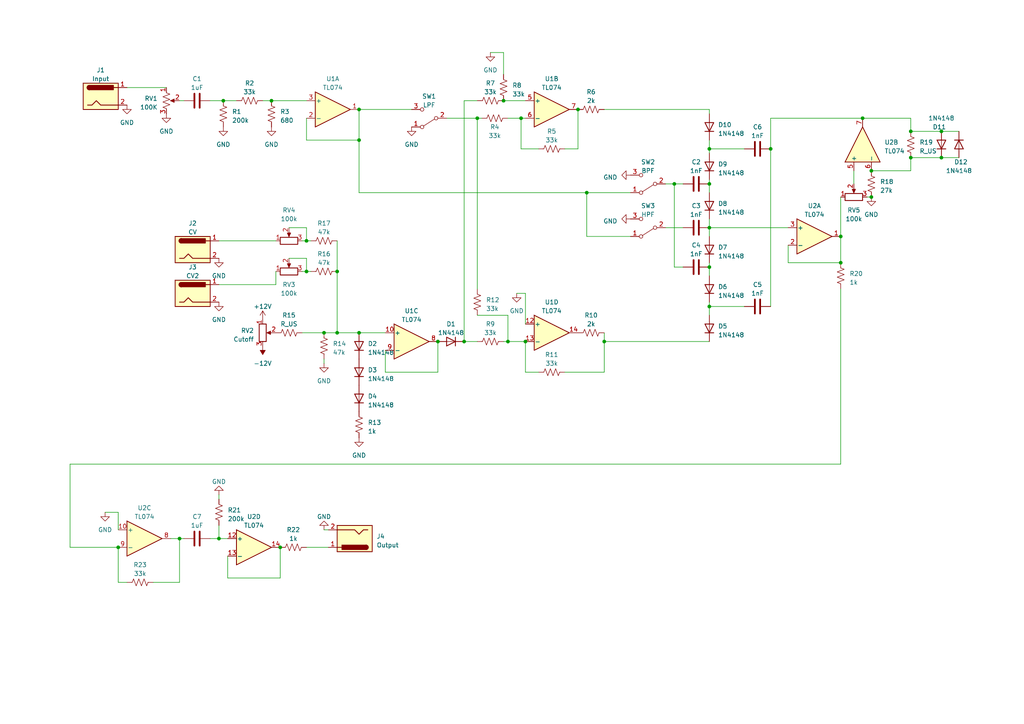
<source format=kicad_sch>
(kicad_sch (version 20230121) (generator eeschema)
  (paper "A4")
  (title_block (title "vcf"))
  (lib_symbols
    (symbol "Amplifier_Operational:TL074" (pin_names (offset 0.127))
      (property "Reference" "U" (at 0 5.08 0))
      (property "Value" "TL074" (at 0 -5.08 0))
      (symbol "TL074_1_1"
        (polyline (pts (xy -5.08 5.08) (xy 5.08 0) (xy -5.08 -5.08) (xy -5.08 5.08)) (stroke (width 0.254)) (fill (type background)))
        (pin output line (at 7.62 0 180) (length 2.54) (name "~") (number "1"))
        (pin input line (at -7.62 -2.54 0) (length 2.54) (name "-") (number "2"))
        (pin input line (at -7.62 2.54 0) (length 2.54) (name "+") (number "3"))
      )
      (symbol "TL074_2_1"
        (polyline (pts (xy -5.08 5.08) (xy 5.08 0) (xy -5.08 -5.08) (xy -5.08 5.08)) (stroke (width 0.254)) (fill (type background)))
        (pin input line (at -7.62 2.54 0) (length 2.54) (name "+") (number "5"))
        (pin input line (at -7.62 -2.54 0) (length 2.54) (name "-") (number "6"))
        (pin output line (at 7.62 0 180) (length 2.54) (name "~") (number "7"))
      )
      (symbol "TL074_3_1"
        (polyline (pts (xy -5.08 5.08) (xy 5.08 0) (xy -5.08 -5.08) (xy -5.08 5.08)) (stroke (width 0.254)) (fill (type background)))
        (pin input line (at -7.62 2.54 0) (length 2.54) (name "+") (number "10"))
        (pin output line (at 7.62 0 180) (length 2.54) (name "~") (number "8"))
        (pin input line (at -7.62 -2.54 0) (length 2.54) (name "-") (number "9"))
      )
      (symbol "TL074_4_1"
        (polyline (pts (xy -5.08 5.08) (xy 5.08 0) (xy -5.08 -5.08) (xy -5.08 5.08)) (stroke (width 0.254)) (fill (type background)))
        (pin input line (at -7.62 2.54 0) (length 2.54) (name "+") (number "12"))
        (pin input line (at -7.62 -2.54 0) (length 2.54) (name "-") (number "13"))
        (pin output line (at 7.62 0 180) (length 2.54) (name "~") (number "14"))
      )
      (symbol "TL074_5_1"
        (pin power_in line (at -2.54 -7.62 90) (length 3.81) (name "V-") (number "11"))
        (pin power_in line (at -2.54 7.62 270) (length 3.81) (name "V+") (number "4"))
      )
    )
    (symbol "Connector:Barrel_Jack" (pin_names (offset 1.016))
      (property "Reference" "J" (at 0 5.334 0))
      (property "Value" "Barrel_Jack" (at 0 -5.08 0))
      (symbol "Barrel_Jack_0_1"
        (rectangle (start -5.08 3.81) (end 5.08 -3.81) (stroke (width 0.254)) (fill (type background)))
        (arc (start -3.302 3.175) (mid -3.9343 2.54) (end -3.302 1.905) (stroke (width 0.254)))
        (arc (start -3.302 3.175) (mid -3.9343 2.54) (end -3.302 1.905) (stroke (width 0.254)) (fill (type outline)))
        (polyline (pts (xy 5.08 2.54) (xy 3.81 2.54)) (stroke (width 0.254)))
        (polyline (pts (xy -3.81 -2.54) (xy -2.54 -2.54) (xy -1.27 -1.27) (xy 0 -2.54) (xy 2.54 -2.54) (xy 5.08 -2.54)) (stroke (width 0.254)))
        (rectangle (start 3.683 3.175) (end -3.302 1.905) (stroke (width 0.254)) (fill (type outline)))
      )
      (symbol "Barrel_Jack_1_1"
        (pin passive line (at 7.62 2.54 180) (length 2.54) (name "~") (number "1"))
        (pin passive line (at 7.62 -2.54 180) (length 2.54) (name "~") (number "2"))
      )
    )
    (symbol "Device:C" (pin_numbers hide) (pin_names (offset 0.254))
      (property "Reference" "C" (at 0.635 2.54 0))
      (property "Value" "C" (at 0.635 -2.54 0))
      (symbol "C_0_1"
        (polyline (pts (xy -2.032 -0.762) (xy 2.032 -0.762)) (stroke (width 0.508)))
        (polyline (pts (xy -2.032 0.762) (xy 2.032 0.762)) (stroke (width 0.508)))
      )
      (symbol "C_1_1"
        (pin passive line (at 0 3.81 270) (length 2.794) (name "~") (number "1"))
        (pin passive line (at 0 -3.81 90) (length 2.794) (name "~") (number "2"))
      )
    )
    (symbol "Device:R_Potentiometer" (pin_names (offset 1.016) hide)
      (property "Reference" "RV" (at -4.445 0 90))
      (property "Value" "R_Potentiometer" (at -2.54 0 90))
      (symbol "R_Potentiometer_0_1"
        (polyline (pts (xy 2.54 0) (xy 1.524 0)))
        (polyline (pts (xy 1.143 0) (xy 2.286 0.508) (xy 2.286 -0.508) (xy 1.143 0)) (fill (type outline)))
        (rectangle (start 1.016 2.54) (end -1.016 -2.54) (stroke (width 0.254)))
      )
      (symbol "R_Potentiometer_1_1"
        (pin passive line (at 0 3.81 270) (length 1.27) (name "1") (number "1"))
        (pin passive line (at 3.81 0 180) (length 1.27) (name "2") (number "2"))
        (pin passive line (at 0 -3.81 90) (length 1.27) (name "3") (number "3"))
      )
    )
    (symbol "Device:R_Potentiometer_US" (pin_names (offset 1.016) hide)
      (property "Reference" "RV" (at -4.445 0 90))
      (property "Value" "R_Potentiometer_US" (at -2.54 0 90))
      (symbol "R_Potentiometer_US_0_1"
        (polyline (pts (xy 0 -2.286) (xy 0 -2.54)))
        (polyline (pts (xy 0 2.54) (xy 0 2.286)))
        (polyline (pts (xy 2.54 0) (xy 1.524 0)))
        (polyline (pts (xy 1.143 0) (xy 2.286 0.508) (xy 2.286 -0.508) (xy 1.143 0)) (fill (type outline)))
        (polyline (pts (xy 0 -0.762) (xy 1.016 -1.143) (xy 0 -1.524) (xy -1.016 -1.905) (xy 0 -2.286)))
        (polyline (pts (xy 0 0.762) (xy 1.016 0.381) (xy 0 0) (xy -1.016 -0.381) (xy 0 -0.762)))
        (polyline (pts (xy 0 2.286) (xy 1.016 1.905) (xy 0 1.524) (xy -1.016 1.143) (xy 0 0.762)))
      )
      (symbol "R_Potentiometer_US_1_1"
        (pin passive line (at 0 3.81 270) (length 1.27) (name "1") (number "1"))
        (pin passive line (at 3.81 0 180) (length 1.27) (name "2") (number "2"))
        (pin passive line (at 0 -3.81 90) (length 1.27) (name "3") (number "3"))
      )
    )
    (symbol "Device:R_US" (pin_numbers hide) (pin_names (offset 0))
      (property "Reference" "R" (at 2.54 0 90))
      (property "Value" "R_US" (at -2.54 0 90))
      (symbol "R_US_0_1"
        (polyline (pts (xy 0 -2.286) (xy 0 -2.54)))
        (polyline (pts (xy 0 2.286) (xy 0 2.54)))
        (polyline (pts (xy 0 -0.762) (xy 1.016 -1.143) (xy 0 -1.524) (xy -1.016 -1.905) (xy 0 -2.286)))
        (polyline (pts (xy 0 0.762) (xy 1.016 0.381) (xy 0 0) (xy -1.016 -0.381) (xy 0 -0.762)))
        (polyline (pts (xy 0 2.286) (xy 1.016 1.905) (xy 0 1.524) (xy -1.016 1.143) (xy 0 0.762)))
      )
      (symbol "R_US_1_1"
        (pin passive line (at 0 3.81 270) (length 1.27) (name "~") (number "1"))
        (pin passive line (at 0 -3.81 90) (length 1.27) (name "~") (number "2"))
      )
    )
    (symbol "Diode:1N4148" (pin_numbers hide) (pin_names hide)
      (property "Reference" "D" (at 0 2.54 0))
      (property "Value" "1N4148" (at 0 -2.54 0))
      (symbol "1N4148_0_1"
        (polyline (pts (xy -1.27 1.27) (xy -1.27 -1.27)) (stroke (width 0.254)))
        (polyline (pts (xy 1.27 0) (xy -1.27 0)))
        (polyline (pts (xy 1.27 1.27) (xy 1.27 -1.27) (xy -1.27 0) (xy 1.27 1.27)) (stroke (width 0.254)))
      )
      (symbol "1N4148_1_1"
        (pin passive line (at -3.81 0 0) (length 2.54) (name "K") (number "1"))
        (pin passive line (at 3.81 0 180) (length 2.54) (name "A") (number "2"))
      )
    )
    (symbol "Switch:SW_SPDT" (pin_names (offset 0) hide)
      (property "Reference" "SW" (at 0 4.318 0))
      (property "Value" "SW_SPDT" (at 0 -5.08 0))
      (symbol "SW_SPDT_0_0"
        (circle (center -2.032 0) (radius 0.508))
        (circle (center 2.032 -2.54) (radius 0.508))
      )
      (symbol "SW_SPDT_0_1"
        (polyline (pts (xy -1.524 0.254) (xy 1.651 2.286)))
        (circle (center 2.032 2.54) (radius 0.508))
      )
      (symbol "SW_SPDT_1_1"
        (pin passive line (at 5.08 2.54 180) (length 2.54) (name "A") (number "1"))
        (pin passive line (at -5.08 0 0) (length 2.54) (name "B") (number "2"))
        (pin passive line (at 5.08 -2.54 180) (length 2.54) (name "C") (number "3"))
      )
    )
    (symbol "power:+12V" (power) (pin_names (offset 0))
      (property "Value" "+12V" (at 0 3.556 0))
      (symbol "+12V_0_1"
        (polyline (pts (xy -0.762 1.27) (xy 0 2.54)))
        (polyline (pts (xy 0 0) (xy 0 2.54)))
        (polyline (pts (xy 0 2.54) (xy 0.762 1.27)))
      )
      (symbol "+12V_1_1"
        (pin power_in line (at 0 0 90) (length 0) hide (name "+12V") (number "1"))
      )
    )
    (symbol "power:-12V" (power) (pin_names (offset 0))
      (property "Value" "-12V" (at 0 3.81 0))
      (symbol "-12V_0_0"
        (pin power_in line (at 0 0 90) (length 0) hide (name "-12V") (number "1"))
      )
      (symbol "-12V_0_1"
        (polyline (pts (xy 0 0) (xy 0 1.27) (xy 0.762 1.27) (xy 0 2.54) (xy -0.762 1.27) (xy 0 1.27)) (fill (type outline)))
      )
    )
    (symbol "power:GND" (power) (pin_names (offset 0))
      (property "Value" "GND" (at 0 -3.81 0))
      (symbol "GND_0_1"
        (polyline (pts (xy 0 0) (xy 0 -1.27) (xy 1.27 -1.27) (xy 0 -2.54) (xy -1.27 -1.27) (xy 0 -1.27)))
      )
      (symbol "GND_1_1"
        (pin power_in line (at 0 0 270) (length 0) hide (name "GND") (number "1"))
      )
    )
  )
  (junction (at 81.28 158.75))
  (junction (at 223.52 43.18))
  (junction (at 252.73 49.53))
  (junction (at 151.13 34.29))
  (junction (at 273.05 38.1))
  (junction (at 243.84 68.58))
  (junction (at 78.74 29.21))
  (junction (at 264.16 38.1))
  (junction (at 34.29 158.75))
  (junction (at 205.74 88.9))
  (junction (at 52.07 156.21))
  (junction (at 93.98 96.52))
  (junction (at 146.05 29.21))
  (junction (at 243.84 76.2))
  (junction (at 64.77 29.21))
  (junction (at 147.32 99.06))
  (junction (at 175.26 99.06))
  (junction (at 138.43 34.29))
  (junction (at 127 99.06))
  (junction (at 97.79 78.74))
  (junction (at 264.16 45.72))
  (junction (at 104.14 31.75))
  (junction (at 252.73 57.15))
  (junction (at 205.74 43.18))
  (junction (at 63.5 156.21))
  (junction (at 250.19 34.29))
  (junction (at 104.14 40.64))
  (junction (at 88.9 78.74))
  (junction (at 167.64 31.75))
  (junction (at 152.4 99.06))
  (junction (at 273.05 45.72))
  (junction (at 205.74 77.47))
  (junction (at 205.74 53.34))
  (junction (at 195.58 53.34))
  (junction (at 97.79 96.52))
  (junction (at 88.9 69.85))
  (junction (at 134.62 99.06))
  (junction (at 205.74 66.04))
  (junction (at 170.18 55.88))
  (junction (at 104.14 96.52))
  (wire (pts (xy 247.65 49.53) (xy 247.65 53.34)))
  (wire (pts (xy 228.6 76.2) (xy 243.84 76.2)))
  (wire (pts (xy 264.16 38.1) (xy 273.05 38.1)))
  (wire (pts (xy 264.16 49.53) (xy 264.16 45.72)))
  (wire (pts (xy 251.46 57.15) (xy 252.73 57.15)))
  (wire (pts (xy 205.74 76.2) (xy 205.74 77.47)))
  (wire (pts (xy 156.21 107.95) (xy 152.4 107.95)))
  (wire (pts (xy 151.13 43.18) (xy 151.13 34.29)))
  (wire (pts (xy 34.29 148.59) (xy 30.48 148.59)))
  (wire (pts (xy 34.29 168.91) (xy 36.83 168.91)))
  (wire (pts (xy 170.18 68.58) (xy 182.88 68.58)))
  (wire (pts (xy 205.74 52.07) (xy 205.74 53.34)))
  (wire (pts (xy 205.74 31.75) (xy 205.74 33.02)))
  (wire (pts (xy 152.4 107.95) (xy 152.4 99.06)))
  (wire (pts (xy 205.74 43.18) (xy 205.74 44.45)))
  (wire (pts (xy 64.77 29.21) (xy 68.58 29.21)))
  (wire (pts (xy 205.74 40.64) (xy 205.74 43.18)))
  (wire (pts (xy 97.79 69.85) (xy 97.79 78.74)))
  (wire (pts (xy 88.9 40.64) (xy 104.14 40.64)))
  (wire (pts (xy 34.29 158.75) (xy 34.29 168.91)))
  (wire (pts (xy 104.14 40.64) (xy 104.14 31.75)))
  (wire (pts (xy 170.18 55.88) (xy 104.14 55.88)))
  (wire (pts (xy 44.45 168.91) (xy 52.07 168.91)))
  (wire (pts (xy 63.5 69.85) (xy 80.01 69.85)))
  (wire (pts (xy 88.9 158.75) (xy 95.25 158.75)))
  (wire (pts (xy 34.29 158.75) (xy 20.32 158.75)))
  (wire (pts (xy 243.84 57.15) (xy 243.84 68.58)))
  (wire (pts (xy 195.58 53.34) (xy 195.58 77.47)))
  (wire (pts (xy 205.74 88.9) (xy 215.9 88.9)))
  (wire (pts (xy 252.73 49.53) (xy 264.16 49.53)))
  (wire (pts (xy 264.16 45.72) (xy 273.05 45.72)))
  (wire (pts (xy 88.9 78.74) (xy 88.9 74.93)))
  (wire (pts (xy 175.26 107.95) (xy 163.83 107.95)))
  (wire (pts (xy 205.74 63.5) (xy 205.74 66.04)))
  (wire (pts (xy 170.18 55.88) (xy 170.18 68.58)))
  (wire (pts (xy 78.74 29.21) (xy 88.9 29.21)))
  (wire (pts (xy 243.84 76.2) (xy 243.84 68.58)))
  (wire (pts (xy 63.5 156.21) (xy 66.04 156.21)))
  (wire (pts (xy 205.74 53.34) (xy 205.74 55.88)))
  (wire (pts (xy 167.64 31.75) (xy 167.64 43.18)))
  (wire (pts (xy 152.4 93.98) (xy 152.4 85.09)))
  (wire (pts (xy 205.74 66.04) (xy 228.6 66.04)))
  (wire (pts (xy 205.74 43.18) (xy 215.9 43.18)))
  (wire (pts (xy 147.32 99.06) (xy 152.4 99.06)))
  (wire (pts (xy 66.04 161.29) (xy 66.04 167.64)))
  (wire (pts (xy 127 107.95) (xy 111.76 107.95)))
  (wire (pts (xy 104.14 31.75) (xy 119.38 31.75)))
  (wire (pts (xy 97.79 96.52) (xy 104.14 96.52)))
  (wire (pts (xy 146.05 21.59) (xy 146.05 15.24)))
  (wire (pts (xy 88.9 78.74) (xy 90.17 78.74)))
  (wire (pts (xy 88.9 34.29) (xy 88.9 40.64)))
  (wire (pts (xy 66.04 167.64) (xy 81.28 167.64)))
  (wire (pts (xy 93.98 104.14) (xy 93.98 105.41)))
  (wire (pts (xy 104.14 40.64) (xy 104.14 55.88)))
  (wire (pts (xy 104.14 96.52) (xy 111.76 96.52)))
  (wire (pts (xy 36.83 25.4) (xy 48.26 25.4)))
  (wire (pts (xy 63.5 82.55) (xy 80.01 82.55)))
  (wire (pts (xy 88.9 66.04) (xy 83.82 66.04)))
  (wire (pts (xy 93.98 96.52) (xy 97.79 96.52)))
  (wire (pts (xy 205.74 66.04) (xy 205.74 68.58)))
  (wire (pts (xy 147.32 91.44) (xy 147.32 99.06)))
  (wire (pts (xy 80.01 82.55) (xy 80.01 78.74)))
  (wire (pts (xy 151.13 34.29) (xy 152.4 34.29)))
  (wire (pts (xy 97.79 78.74) (xy 97.79 96.52)))
  (wire (pts (xy 175.26 31.75) (xy 205.74 31.75)))
  (wire (pts (xy 175.26 96.52) (xy 175.26 99.06)))
  (wire (pts (xy 88.9 74.93) (xy 83.82 74.93)))
  (wire (pts (xy 146.05 99.06) (xy 147.32 99.06)))
  (wire (pts (xy 175.26 99.06) (xy 175.26 107.95)))
  (wire (pts (xy 127 99.06) (xy 127 107.95)))
  (wire (pts (xy 134.62 99.06) (xy 138.43 99.06)))
  (wire (pts (xy 152.4 85.09) (xy 149.86 85.09)))
  (wire (pts (xy 49.53 156.21) (xy 52.07 156.21)))
  (wire (pts (xy 223.52 43.18) (xy 223.52 88.9)))
  (wire (pts (xy 20.32 158.75) (xy 20.32 134.62)))
  (wire (pts (xy 87.63 78.74) (xy 88.9 78.74)))
  (wire (pts (xy 264.16 38.1) (xy 264.16 34.29)))
  (wire (pts (xy 147.32 34.29) (xy 151.13 34.29)))
  (wire (pts (xy 195.58 53.34) (xy 198.12 53.34)))
  (wire (pts (xy 138.43 34.29) (xy 139.7 34.29)))
  (wire (pts (xy 146.05 15.24) (xy 142.24 15.24)))
  (wire (pts (xy 81.28 167.64) (xy 81.28 158.75)))
  (wire (pts (xy 20.32 134.62) (xy 243.84 134.62)))
  (wire (pts (xy 250.19 34.29) (xy 264.16 34.29)))
  (wire (pts (xy 129.54 34.29) (xy 138.43 34.29)))
  (wire (pts (xy 205.74 77.47) (xy 205.74 80.01)))
  (wire (pts (xy 156.21 43.18) (xy 151.13 43.18)))
  (wire (pts (xy 205.74 99.06) (xy 175.26 99.06)))
  (wire (pts (xy 198.12 77.47) (xy 195.58 77.47)))
  (wire (pts (xy 138.43 34.29) (xy 138.43 83.82)))
  (wire (pts (xy 76.2 29.21) (xy 78.74 29.21)))
  (wire (pts (xy 146.05 29.21) (xy 152.4 29.21)))
  (wire (pts (xy 87.63 69.85) (xy 88.9 69.85)))
  (wire (pts (xy 193.04 53.34) (xy 195.58 53.34)))
  (wire (pts (xy 88.9 69.85) (xy 88.9 66.04)))
  (wire (pts (xy 134.62 29.21) (xy 138.43 29.21)))
  (wire (pts (xy 205.74 88.9) (xy 205.74 91.44)))
  (wire (pts (xy 60.96 29.21) (xy 64.77 29.21)))
  (wire (pts (xy 273.05 38.1) (xy 278.13 38.1)))
  (wire (pts (xy 111.76 107.95) (xy 111.76 101.6)))
  (wire (pts (xy 205.74 87.63) (xy 205.74 88.9)))
  (wire (pts (xy 193.04 66.04) (xy 198.12 66.04)))
  (wire (pts (xy 243.84 134.62) (xy 243.84 83.82)))
  (wire (pts (xy 63.5 152.4) (xy 63.5 156.21)))
  (wire (pts (xy 167.64 43.18) (xy 163.83 43.18)))
  (wire (pts (xy 273.05 45.72) (xy 278.13 45.72)))
  (wire (pts (xy 223.52 34.29) (xy 250.19 34.29)))
  (wire (pts (xy 138.43 91.44) (xy 147.32 91.44)))
  (wire (pts (xy 63.5 143.51) (xy 63.5 144.78)))
  (wire (pts (xy 93.98 153.67) (xy 95.25 153.67)))
  (wire (pts (xy 223.52 43.18) (xy 223.52 34.29)))
  (wire (pts (xy 228.6 71.12) (xy 228.6 76.2)))
  (wire (pts (xy 88.9 69.85) (xy 90.17 69.85)))
  (wire (pts (xy 52.07 29.21) (xy 53.34 29.21)))
  (wire (pts (xy 87.63 96.52) (xy 93.98 96.52)))
  (wire (pts (xy 52.07 156.21) (xy 53.34 156.21)))
  (wire (pts (xy 182.88 55.88) (xy 170.18 55.88)))
  (wire (pts (xy 34.29 153.67) (xy 34.29 148.59)))
  (wire (pts (xy 60.96 156.21) (xy 63.5 156.21)))
  (wire (pts (xy 134.62 99.06) (xy 134.62 29.21)))
  (wire (pts (xy 52.07 168.91) (xy 52.07 156.21)))
  (symbol (lib_id "power:GND") (at 64.77 36.83 0) (unit 1)
    (property "Reference" "#PWR03" (effects hide))
    (property "Value" "GND" (at 64.77 41.91 0))
  )
  (symbol (lib_id "Device:C") (at 219.71 88.9 90) (unit 1)
    (property "Reference" "C5" (at 219.71 82.55 90))
    (property "Value" "1nF" (at 219.71 85.09 90))
  )
  (symbol (lib_id "Device:R_Potentiometer") (at 247.65 57.15 90) (unit 1)
    (property "Reference" "RV5" (at 247.65 60.96 90))
    (property "Value" "100k" (at 247.65 63.5 90))
  )
  (symbol (lib_id "Device:R_US") (at 138.43 87.63 0) (unit 1)
    (property "Reference" "R12" (at 140.97 86.995 0) (effects (justify left)))
    (property "Value" "33k" (at 140.97 89.535 0) (effects (justify left)))
  )
  (symbol (lib_id "power:GND") (at 93.98 105.41 0) (unit 1)
    (property "Reference" "#PWR09" (effects hide))
    (property "Value" "GND" (at 93.98 110.49 0))
  )
  (symbol (lib_id "Diode:1N4148") (at 104.14 100.33 90) (unit 1)
    (property "Reference" "D2" (at 106.68 99.695 90) (effects (justify right)))
    (property "Value" "1N4148" (at 106.68 102.235 90) (effects (justify right)))
    (property "Footprint" "Diode_THT:D_DO-35_SOD27_P7.62mm_Horizontal" (effects hide))
    (property "Datasheet" "https://assets.nexperia.com/documents/data-sheet/1N4148_1N4448.pdf" (effects hide))
    (property "Sim.Device" "D" (effects hide))
    (property "Sim.Pins" "1=K 2=A" (effects hide))
  )
  (symbol (lib_id "power:GND") (at 182.88 50.8 270) (unit 1)
    (property "Reference" "#PWR015" (effects hide))
    (property "Value" "GND" (at 179.07 51.435 90) (effects (justify right)))
  )
  (symbol (lib_id "Amplifier_Operational:TL074") (at 160.02 31.75 0) (unit 2)
    (property "Reference" "U1" (at 160.02 22.86 0))
    (property "Value" "TL074" (at 160.02 25.4 0))
    (property "Datasheet" "http://www.ti.com/lit/ds/symlink/tl071.pdf" (effects hide))
  )
  (symbol (lib_id "Device:R_US") (at 252.73 53.34 0) (unit 1)
    (property "Reference" "R18" (at 255.27 52.705 0) (effects (justify left)))
    (property "Value" "27k" (at 255.27 55.245 0) (effects (justify left)))
  )
  (symbol (lib_id "Device:R_US") (at 64.77 33.02 0) (unit 1)
    (property "Reference" "R1" (at 67.31 32.385 0) (effects (justify left)))
    (property "Value" "200k" (at 67.31 34.925 0) (effects (justify left)))
  )
  (symbol (lib_id "Device:C") (at 57.15 156.21 90) (unit 1)
    (property "Reference" "C7" (at 57.15 149.86 90))
    (property "Value" "1uF" (at 57.15 152.4 90))
  )
  (symbol (lib_id "Diode:1N4148") (at 104.14 115.57 90) (unit 1)
    (property "Reference" "D4" (at 106.68 114.935 90) (effects (justify right)))
    (property "Value" "1N4148" (at 106.68 117.475 90) (effects (justify right)))
    (property "Footprint" "Diode_THT:D_DO-35_SOD27_P7.62mm_Horizontal" (effects hide))
    (property "Datasheet" "https://assets.nexperia.com/documents/data-sheet/1N4148_1N4448.pdf" (effects hide))
    (property "Sim.Device" "D" (effects hide))
    (property "Sim.Pins" "1=K 2=A" (effects hide))
  )
  (symbol (lib_id "power:GND") (at 63.5 87.63 0) (unit 1)
    (property "Reference" "#PWR013" (effects hide))
    (property "Value" "GND" (at 63.5 92.71 0))
  )
  (symbol (lib_id "Device:R_US") (at 146.05 25.4 0) (unit 1)
    (property "Reference" "R8" (at 148.59 24.765 0) (effects (justify left)))
    (property "Value" "33k" (at 148.59 27.305 0) (effects (justify left)))
  )
  (symbol (lib_id "power:GND") (at 182.88 63.5 270) (unit 1)
    (property "Reference" "#PWR014" (effects hide))
    (property "Value" "GND" (at 179.07 64.135 90) (effects (justify right)))
  )
  (symbol (lib_id "power:-12V") (at 76.2 100.33 180) (unit 1)
    (property "Reference" "#PWR011" (effects hide))
    (property "Value" "-12V" (at 76.2 105.41 0))
  )
  (symbol (lib_id "Device:R_US") (at 160.02 43.18 90) (unit 1)
    (property "Reference" "R5" (at 160.02 38.1 90))
    (property "Value" "33k" (at 160.02 40.64 90))
  )
  (symbol (lib_id "Amplifier_Operational:TL074") (at 41.91 156.21 0) (unit 3)
    (property "Reference" "U2" (at 41.91 147.32 0))
    (property "Value" "TL074" (at 41.91 149.86 0))
    (property "Datasheet" "http://www.ti.com/lit/ds/symlink/tl071.pdf" (effects hide))
  )
  (symbol (lib_id "Device:R_US") (at 160.02 107.95 90) (unit 1)
    (property "Reference" "R11" (at 160.02 102.87 90))
    (property "Value" "33k" (at 160.02 105.41 90))
  )
  (symbol (lib_id "Device:C") (at 201.93 53.34 90) (unit 1)
    (property "Reference" "C2" (at 201.93 46.99 90))
    (property "Value" "1nF" (at 201.93 49.53 90))
  )
  (symbol (lib_id "Diode:1N4148") (at 104.14 107.95 90) (unit 1)
    (property "Reference" "D3" (at 106.68 107.315 90) (effects (justify right)))
    (property "Value" "1N4148" (at 106.68 109.855 90) (effects (justify right)))
    (property "Footprint" "Diode_THT:D_DO-35_SOD27_P7.62mm_Horizontal" (effects hide))
    (property "Datasheet" "https://assets.nexperia.com/documents/data-sheet/1N4148_1N4448.pdf" (effects hide))
    (property "Sim.Device" "D" (effects hide))
    (property "Sim.Pins" "1=K 2=A" (effects hide))
  )
  (symbol (lib_id "Device:R_US") (at 104.14 123.19 0) (unit 1)
    (property "Reference" "R13" (at 106.68 122.555 0) (effects (justify left)))
    (property "Value" "1k" (at 106.68 125.095 0) (effects (justify left)))
  )
  (symbol (lib_id "Device:R_Potentiometer_US") (at 48.26 29.21 0) (unit 1)
    (property "Reference" "RV1" (at 45.72 28.575 0) (effects (justify right)))
    (property "Value" "100K" (at 45.72 31.115 0) (effects (justify right)))
  )
  (symbol (lib_id "power:GND") (at 252.73 57.15 0) (unit 1)
    (property "Reference" "#PWR016" (effects hide))
    (property "Value" "GND" (at 252.73 62.23 0))
  )
  (symbol (lib_id "Connector:Barrel_Jack") (at 29.21 27.94 0) (unit 1)
    (property "Reference" "J1" (at 29.21 20.32 0))
    (property "Value" "Input" (at 29.21 22.86 0))
  )
  (symbol (lib_id "Device:R_US") (at 93.98 78.74 90) (unit 1)
    (property "Reference" "R16" (at 93.98 73.66 90))
    (property "Value" "47k" (at 93.98 76.2 90))
  )
  (symbol (lib_id "power:GND") (at 104.14 127 0) (unit 1)
    (property "Reference" "#PWR08" (effects hide))
    (property "Value" "GND" (at 104.14 132.08 0))
  )
  (symbol (lib_id "Diode:1N4148") (at 130.81 99.06 180) (unit 1)
    (property "Reference" "D1" (at 130.81 93.98 0))
    (property "Value" "1N4148" (at 130.81 96.52 0))
    (property "Footprint" "Diode_THT:D_DO-35_SOD27_P7.62mm_Horizontal" (effects hide))
    (property "Datasheet" "https://assets.nexperia.com/documents/data-sheet/1N4148_1N4448.pdf" (effects hide))
    (property "Sim.Device" "D" (effects hide))
    (property "Sim.Pins" "1=K 2=A" (effects hide))
  )
  (symbol (lib_id "power:GND") (at 63.5 143.51 180) (unit 1)
    (property "Reference" "#PWR018" (effects hide))
    (property "Value" "GND" (at 63.5 139.7 0))
  )
  (symbol (lib_id "Connector:Barrel_Jack") (at 102.87 156.21 180) (unit 1)
    (property "Reference" "J4" (at 109.22 155.575 0) (effects (justify right)))
    (property "Value" "Output" (at 109.22 158.115 0) (effects (justify right)))
  )
  (symbol (lib_id "Device:R_Potentiometer") (at 83.82 78.74 90) (unit 1)
    (property "Reference" "RV3" (at 83.82 82.55 90))
    (property "Value" "100k" (at 83.82 85.09 90))
  )
  (symbol (lib_id "Device:R_US") (at 85.09 158.75 90) (unit 1)
    (property "Reference" "R22" (at 85.09 153.67 90))
    (property "Value" "1k" (at 85.09 156.21 90))
  )
  (symbol (lib_id "Device:R_US") (at 93.98 69.85 90) (unit 1)
    (property "Reference" "R17" (at 93.98 64.77 90))
    (property "Value" "47k" (at 93.98 67.31 90))
  )
  (symbol (lib_id "Device:R_US") (at 83.82 96.52 90) (unit 1)
    (property "Reference" "R15" (at 83.82 91.44 90))
    (property "Value" "R_US" (at 83.82 93.98 90))
  )
  (symbol (lib_id "Amplifier_Operational:TL074") (at 96.52 31.75 0) (unit 1)
    (property "Reference" "U1" (at 96.52 22.86 0))
    (property "Value" "TL074" (at 96.52 25.4 0))
    (property "Datasheet" "http://www.ti.com/lit/ds/symlink/tl071.pdf" (effects hide))
  )
  (symbol (lib_id "Connector:Barrel_Jack") (at 55.88 85.09 0) (unit 1)
    (property "Reference" "J3" (at 55.88 77.47 0))
    (property "Value" "CV2" (at 55.88 80.01 0))
  )
  (symbol (lib_id "power:GND") (at 142.24 15.24 0) (unit 1)
    (property "Reference" "#PWR06" (effects hide))
    (property "Value" "GND" (at 142.24 20.32 0))
  )
  (symbol (lib_id "Amplifier_Operational:TL074") (at 73.66 158.75 0) (unit 4)
    (property "Reference" "U2" (at 73.66 149.86 0))
    (property "Value" "TL074" (at 73.66 152.4 0))
    (property "Datasheet" "http://www.ti.com/lit/ds/symlink/tl071.pdf" (effects hide))
  )
  (symbol (lib_id "Connector:Barrel_Jack") (at 55.88 72.39 0) (unit 1)
    (property "Reference" "J2" (at 55.88 64.77 0))
    (property "Value" "CV" (at 55.88 67.31 0))
  )
  (symbol (lib_id "Device:R_US") (at 40.64 168.91 90) (unit 1)
    (property "Reference" "R23" (at 40.64 163.83 90))
    (property "Value" "33k" (at 40.64 166.37 90))
  )
  (symbol (lib_id "Diode:1N4148") (at 273.05 41.91 90) (unit 1)
    (property "Reference" "D11" (at 270.51 36.83 90) (effects (justify right)))
    (property "Value" "1N4148" (at 269.24 34.29 90) (effects (justify right)))
    (property "Footprint" "Diode_THT:D_DO-35_SOD27_P7.62mm_Horizontal" (effects hide))
    (property "Datasheet" "https://assets.nexperia.com/documents/data-sheet/1N4148_1N4448.pdf" (effects hide))
    (property "Sim.Device" "D" (effects hide))
    (property "Sim.Pins" "1=K 2=A" (effects hide))
  )
  (symbol (lib_id "power:GND") (at 93.98 153.67 180) (unit 1)
    (property "Reference" "#PWR019" (effects hide))
    (property "Value" "GND" (at 93.98 149.86 0))
  )
  (symbol (lib_id "power:GND") (at 119.38 36.83 0) (unit 1)
    (property "Reference" "#PWR05" (effects hide))
    (property "Value" "GND" (at 119.38 41.91 0))
  )
  (symbol (lib_id "Switch:SW_SPDT") (at 187.96 66.04 180) (unit 1)
    (property "Reference" "SW3" (at 187.96 59.69 0))
    (property "Value" "HPF" (at 187.96 62.23 0))
  )
  (symbol (lib_id "Amplifier_Operational:TL074") (at 119.38 99.06 0) (unit 3)
    (property "Reference" "U1" (at 119.38 90.17 0))
    (property "Value" "TL074" (at 119.38 92.71 0))
    (property "Datasheet" "http://www.ti.com/lit/ds/symlink/tl071.pdf" (effects hide))
  )
  (symbol (lib_id "Amplifier_Operational:TL074") (at 236.22 68.58 0) (unit 1)
    (property "Reference" "U2" (at 236.22 59.69 0))
    (property "Value" "TL074" (at 236.22 62.23 0))
    (property "Datasheet" "http://www.ti.com/lit/ds/symlink/tl071.pdf" (effects hide))
  )
  (symbol (lib_id "power:GND") (at 63.5 74.93 0) (unit 1)
    (property "Reference" "#PWR012" (effects hide))
    (property "Value" "GND" (at 63.5 80.01 0))
  )
  (symbol (lib_id "Device:C") (at 57.15 29.21 90) (unit 1)
    (property "Reference" "C1" (at 57.15 22.86 90))
    (property "Value" "1uF" (at 57.15 25.4 90))
  )
  (symbol (lib_id "Device:R_US") (at 142.24 99.06 90) (unit 1)
    (property "Reference" "R9" (at 142.24 93.98 90))
    (property "Value" "33k" (at 142.24 96.52 90))
  )
  (symbol (lib_id "Diode:1N4148") (at 205.74 83.82 90) (unit 1)
    (property "Reference" "D6" (at 208.28 83.185 90) (effects (justify right)))
    (property "Value" "1N4148" (at 208.28 85.725 90) (effects (justify right)))
    (property "Footprint" "Diode_THT:D_DO-35_SOD27_P7.62mm_Horizontal" (effects hide))
    (property "Datasheet" "https://assets.nexperia.com/documents/data-sheet/1N4148_1N4448.pdf" (effects hide))
    (property "Sim.Device" "D" (effects hide))
    (property "Sim.Pins" "1=K 2=A" (effects hide))
  )
  (symbol (lib_id "power:GND") (at 36.83 30.48 0) (unit 1)
    (property "Reference" "#PWR01" (effects hide))
    (property "Value" "GND" (at 36.83 35.56 0))
  )
  (symbol (lib_id "power:GND") (at 149.86 85.09 0) (unit 1)
    (property "Reference" "#PWR07" (effects hide))
    (property "Value" "GND" (at 149.86 90.17 0))
  )
  (symbol (lib_id "Amplifier_Operational:TL074") (at 250.19 41.91 90) (unit 2)
    (property "Reference" "U2" (at 256.54 41.275 90) (effects (justify right)))
    (property "Value" "TL074" (at 256.54 43.815 90) (effects (justify right)))
    (property "Datasheet" "http://www.ti.com/lit/ds/symlink/tl071.pdf" (effects hide))
  )
  (symbol (lib_id "Device:C") (at 201.93 77.47 90) (unit 1)
    (property "Reference" "C4" (at 201.93 71.12 90))
    (property "Value" "1nF" (at 201.93 73.66 90))
  )
  (symbol (lib_id "Device:R_US") (at 63.5 148.59 0) (unit 1)
    (property "Reference" "R21" (at 66.04 147.955 0) (effects (justify left)))
    (property "Value" "200k" (at 66.04 150.495 0) (effects (justify left)))
  )
  (symbol (lib_id "Device:R_Potentiometer") (at 83.82 69.85 90) (unit 1)
    (property "Reference" "RV4" (at 83.82 60.96 90))
    (property "Value" "100k" (at 83.82 63.5 90))
  )
  (symbol (lib_id "power:+12V") (at 76.2 92.71 0) (unit 1)
    (property "Reference" "#PWR010" (effects hide))
    (property "Value" "+12V" (at 76.2 88.9 0))
  )
  (symbol (lib_id "Device:R_US") (at 142.24 29.21 90) (unit 1)
    (property "Reference" "R7" (at 142.24 24.13 90))
    (property "Value" "33k" (at 142.24 26.67 90))
  )
  (symbol (lib_id "Device:R_Potentiometer") (at 76.2 96.52 0) (unit 1)
    (property "Reference" "RV2" (at 73.66 95.885 0) (effects (justify right)))
    (property "Value" "Cutoff" (at 73.66 98.425 0) (effects (justify right)))
  )
  (symbol (lib_id "Device:C") (at 201.93 66.04 90) (unit 1)
    (property "Reference" "C3" (at 201.93 59.69 90))
    (property "Value" "1nF" (at 201.93 62.23 90))
  )
  (symbol (lib_id "Device:R_US") (at 171.45 31.75 90) (unit 1)
    (property "Reference" "R6" (at 171.45 26.67 90))
    (property "Value" "2k" (at 171.45 29.21 90))
  )
  (symbol (lib_id "Device:R_US") (at 72.39 29.21 90) (unit 1)
    (property "Reference" "R2" (at 72.39 24.13 90))
    (property "Value" "33k" (at 72.39 26.67 90))
  )
  (symbol (lib_id "Device:R_US") (at 243.84 80.01 0) (unit 1)
    (property "Reference" "R20" (at 246.38 79.375 0) (effects (justify left)))
    (property "Value" "1k" (at 246.38 81.915 0) (effects (justify left)))
  )
  (symbol (lib_id "Diode:1N4148") (at 205.74 59.69 90) (unit 1)
    (property "Reference" "D8" (at 208.28 59.055 90) (effects (justify right)))
    (property "Value" "1N4148" (at 208.28 61.595 90) (effects (justify right)))
    (property "Footprint" "Diode_THT:D_DO-35_SOD27_P7.62mm_Horizontal" (effects hide))
    (property "Datasheet" "https://assets.nexperia.com/documents/data-sheet/1N4148_1N4448.pdf" (effects hide))
    (property "Sim.Device" "D" (effects hide))
    (property "Sim.Pins" "1=K 2=A" (effects hide))
  )
  (symbol (lib_id "power:GND") (at 78.74 36.83 0) (unit 1)
    (property "Reference" "#PWR04" (effects hide))
    (property "Value" "GND" (at 78.74 41.91 0))
  )
  (symbol (lib_id "Switch:SW_SPDT") (at 187.96 53.34 180) (unit 1)
    (property "Reference" "SW2" (at 187.96 46.99 0))
    (property "Value" "BPF" (at 187.96 49.53 0))
  )
  (symbol (lib_id "power:GND") (at 30.48 148.59 0) (unit 1)
    (property "Reference" "#PWR017" (effects hide))
    (property "Value" "GND" (at 30.48 153.67 0))
  )
  (symbol (lib_id "Diode:1N4148") (at 205.74 36.83 90) (unit 1)
    (property "Reference" "D10" (at 208.28 36.195 90) (effects (justify right)))
    (property "Value" "1N4148" (at 208.28 38.735 90) (effects (justify right)))
    (property "Footprint" "Diode_THT:D_DO-35_SOD27_P7.62mm_Horizontal" (effects hide))
    (property "Datasheet" "https://assets.nexperia.com/documents/data-sheet/1N4148_1N4448.pdf" (effects hide))
    (property "Sim.Device" "D" (effects hide))
    (property "Sim.Pins" "1=K 2=A" (effects hide))
  )
  (symbol (lib_id "Diode:1N4148") (at 205.74 48.26 90) (unit 1)
    (property "Reference" "D9" (at 208.28 47.625 90) (effects (justify right)))
    (property "Value" "1N4148" (at 208.28 50.165 90) (effects (justify right)))
    (property "Footprint" "Diode_THT:D_DO-35_SOD27_P7.62mm_Horizontal" (effects hide))
    (property "Datasheet" "https://assets.nexperia.com/documents/data-sheet/1N4148_1N4448.pdf" (effects hide))
    (property "Sim.Device" "D" (effects hide))
    (property "Sim.Pins" "1=K 2=A" (effects hide))
  )
  (symbol (lib_id "power:GND") (at 48.26 33.02 0) (unit 1)
    (property "Reference" "#PWR02" (effects hide))
    (property "Value" "GND" (at 48.26 38.1 0))
  )
  (symbol (lib_id "Device:R_US") (at 143.51 34.29 90) (unit 1)
    (property "Reference" "R4" (at 143.51 36.83 90))
    (property "Value" "33k" (at 143.51 39.37 90))
  )
  (symbol (lib_id "Switch:SW_SPDT") (at 124.46 34.29 180) (unit 1)
    (property "Reference" "SW1" (at 124.46 27.94 0))
    (property "Value" "LPF" (at 124.46 30.48 0))
  )
  (symbol (lib_id "Diode:1N4148") (at 205.74 72.39 90) (unit 1)
    (property "Reference" "D7" (at 208.28 71.755 90) (effects (justify right)))
    (property "Value" "1N4148" (at 208.28 74.295 90) (effects (justify right)))
    (property "Footprint" "Diode_THT:D_DO-35_SOD27_P7.62mm_Horizontal" (effects hide))
    (property "Datasheet" "https://assets.nexperia.com/documents/data-sheet/1N4148_1N4448.pdf" (effects hide))
    (property "Sim.Device" "D" (effects hide))
    (property "Sim.Pins" "1=K 2=A" (effects hide))
  )
  (symbol (lib_id "Device:R_US") (at 93.98 100.33 0) (unit 1)
    (property "Reference" "R14" (at 96.52 99.695 0) (effects (justify left)))
    (property "Value" "47k" (at 96.52 102.235 0) (effects (justify left)))
  )
  (symbol (lib_id "Device:R_US") (at 264.16 41.91 0) (unit 1)
    (property "Reference" "R19" (at 266.7 41.275 0) (effects (justify left)))
    (property "Value" "R_US" (at 266.7 43.815 0) (effects (justify left)))
  )
  (symbol (lib_id "Diode:1N4148") (at 278.13 41.91 270) (unit 1)
    (property "Reference" "D12" (at 280.67 46.99 90) (effects (justify right)))
    (property "Value" "1N4148" (at 281.94 49.53 90) (effects (justify right)))
    (property "Footprint" "Diode_THT:D_DO-35_SOD27_P7.62mm_Horizontal" (effects hide))
    (property "Datasheet" "https://assets.nexperia.com/documents/data-sheet/1N4148_1N4448.pdf" (effects hide))
    (property "Sim.Device" "D" (effects hide))
    (property "Sim.Pins" "1=K 2=A" (effects hide))
  )
  (symbol (lib_id "Diode:1N4148") (at 205.74 95.25 90) (unit 1)
    (property "Reference" "D5" (at 208.28 94.615 90) (effects (justify right)))
    (property "Value" "1N4148" (at 208.28 97.155 90) (effects (justify right)))
    (property "Footprint" "Diode_THT:D_DO-35_SOD27_P7.62mm_Horizontal" (effects hide))
    (property "Datasheet" "https://assets.nexperia.com/documents/data-sheet/1N4148_1N4448.pdf" (effects hide))
    (property "Sim.Device" "D" (effects hide))
    (property "Sim.Pins" "1=K 2=A" (effects hide))
  )
  (symbol (lib_id "Device:C") (at 219.71 43.18 90) (unit 1)
    (property "Reference" "C6" (at 219.71 36.83 90))
    (property "Value" "1nF" (at 219.71 39.37 90))
  )
  (symbol (lib_id "Amplifier_Operational:TL074") (at 160.02 96.52 0) (unit 4)
    (property "Reference" "U1" (at 160.02 87.63 0))
    (property "Value" "TL074" (at 160.02 90.17 0))
    (property "Datasheet" "http://www.ti.com/lit/ds/symlink/tl071.pdf" (effects hide))
  )
  (symbol (lib_id "Device:R_US") (at 171.45 96.52 90) (unit 1)
    (property "Reference" "R10" (at 171.45 91.44 90))
    (property "Value" "2k" (at 171.45 93.98 90))
  )
  (symbol (lib_id "Device:R_US") (at 78.74 33.02 0) (unit 1)
    (property "Reference" "R3" (at 81.28 32.385 0) (effects (justify left)))
    (property "Value" "680" (at 81.28 34.925 0) (effects (justify left)))
  )
)
</source>
